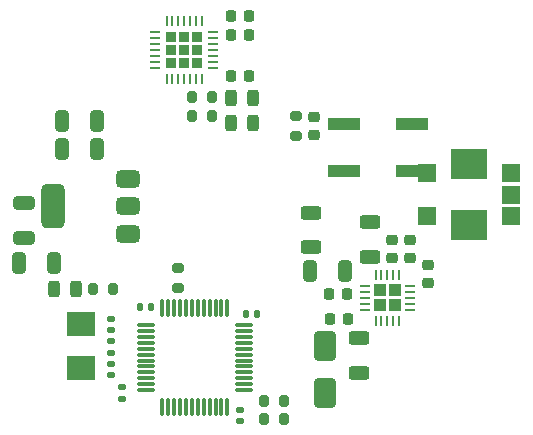
<source format=gbr>
%TF.GenerationSoftware,KiCad,Pcbnew,8.0.6*%
%TF.CreationDate,2025-02-16T20:57:11+01:00*%
%TF.ProjectId,TUSS4470_shield,54555353-3434-4373-905f-736869656c64,rev?*%
%TF.SameCoordinates,Original*%
%TF.FileFunction,Paste,Top*%
%TF.FilePolarity,Positive*%
%FSLAX46Y46*%
G04 Gerber Fmt 4.6, Leading zero omitted, Abs format (unit mm)*
G04 Created by KiCad (PCBNEW 8.0.6) date 2025-02-16 20:57:11*
%MOMM*%
%LPD*%
G01*
G04 APERTURE LIST*
G04 Aperture macros list*
%AMRoundRect*
0 Rectangle with rounded corners*
0 $1 Rounding radius*
0 $2 $3 $4 $5 $6 $7 $8 $9 X,Y pos of 4 corners*
0 Add a 4 corners polygon primitive as box body*
4,1,4,$2,$3,$4,$5,$6,$7,$8,$9,$2,$3,0*
0 Add four circle primitives for the rounded corners*
1,1,$1+$1,$2,$3*
1,1,$1+$1,$4,$5*
1,1,$1+$1,$6,$7*
1,1,$1+$1,$8,$9*
0 Add four rect primitives between the rounded corners*
20,1,$1+$1,$2,$3,$4,$5,0*
20,1,$1+$1,$4,$5,$6,$7,0*
20,1,$1+$1,$6,$7,$8,$9,0*
20,1,$1+$1,$8,$9,$2,$3,0*%
G04 Aperture macros list end*
%ADD10RoundRect,0.250000X-0.650000X0.325000X-0.650000X-0.325000X0.650000X-0.325000X0.650000X0.325000X0*%
%ADD11RoundRect,0.250000X-0.625000X0.312500X-0.625000X-0.312500X0.625000X-0.312500X0.625000X0.312500X0*%
%ADD12RoundRect,0.140000X-0.170000X0.140000X-0.170000X-0.140000X0.170000X-0.140000X0.170000X0.140000X0*%
%ADD13RoundRect,0.200000X-0.200000X-0.275000X0.200000X-0.275000X0.200000X0.275000X-0.200000X0.275000X0*%
%ADD14RoundRect,0.250000X0.625000X-0.312500X0.625000X0.312500X-0.625000X0.312500X-0.625000X-0.312500X0*%
%ADD15RoundRect,0.135000X-0.185000X0.135000X-0.185000X-0.135000X0.185000X-0.135000X0.185000X0.135000X0*%
%ADD16RoundRect,0.140000X0.140000X0.170000X-0.140000X0.170000X-0.140000X-0.170000X0.140000X-0.170000X0*%
%ADD17RoundRect,0.200000X0.275000X-0.200000X0.275000X0.200000X-0.275000X0.200000X-0.275000X-0.200000X0*%
%ADD18RoundRect,0.249999X0.290001X-0.290001X0.290001X0.290001X-0.290001X0.290001X-0.290001X-0.290001X0*%
%ADD19RoundRect,0.062500X0.062500X-0.350000X0.062500X0.350000X-0.062500X0.350000X-0.062500X-0.350000X0*%
%ADD20RoundRect,0.062500X0.350000X-0.062500X0.350000X0.062500X-0.350000X0.062500X-0.350000X-0.062500X0*%
%ADD21RoundRect,0.250000X-0.650000X1.000000X-0.650000X-1.000000X0.650000X-1.000000X0.650000X1.000000X0*%
%ADD22RoundRect,0.200000X0.200000X0.275000X-0.200000X0.275000X-0.200000X-0.275000X0.200000X-0.275000X0*%
%ADD23RoundRect,0.225000X-0.250000X0.225000X-0.250000X-0.225000X0.250000X-0.225000X0.250000X0.225000X0*%
%ADD24RoundRect,0.250000X0.325000X0.650000X-0.325000X0.650000X-0.325000X-0.650000X0.325000X-0.650000X0*%
%ADD25RoundRect,0.243750X-0.243750X-0.456250X0.243750X-0.456250X0.243750X0.456250X-0.243750X0.456250X0*%
%ADD26RoundRect,0.075000X-0.662500X-0.075000X0.662500X-0.075000X0.662500X0.075000X-0.662500X0.075000X0*%
%ADD27RoundRect,0.075000X-0.075000X-0.662500X0.075000X-0.662500X0.075000X0.662500X-0.075000X0.662500X0*%
%ADD28R,2.800000X1.000000*%
%ADD29RoundRect,0.225000X-0.225000X-0.250000X0.225000X-0.250000X0.225000X0.250000X-0.225000X0.250000X0*%
%ADD30RoundRect,0.140000X-0.140000X-0.170000X0.140000X-0.170000X0.140000X0.170000X-0.140000X0.170000X0*%
%ADD31RoundRect,0.225000X0.225000X0.250000X-0.225000X0.250000X-0.225000X-0.250000X0.225000X-0.250000X0*%
%ADD32RoundRect,0.375000X0.625000X0.375000X-0.625000X0.375000X-0.625000X-0.375000X0.625000X-0.375000X0*%
%ADD33RoundRect,0.500000X0.500000X1.400000X-0.500000X1.400000X-0.500000X-1.400000X0.500000X-1.400000X0*%
%ADD34R,3.050000X2.600000*%
%ADD35R,1.524000X1.524000*%
%ADD36R,2.400000X2.000000*%
%ADD37RoundRect,0.225000X0.250000X-0.225000X0.250000X0.225000X-0.250000X0.225000X-0.250000X-0.225000X0*%
%ADD38RoundRect,0.225000X0.225000X0.225000X-0.225000X0.225000X-0.225000X-0.225000X0.225000X-0.225000X0*%
%ADD39RoundRect,0.062500X0.337500X0.062500X-0.337500X0.062500X-0.337500X-0.062500X0.337500X-0.062500X0*%
%ADD40RoundRect,0.062500X0.062500X0.337500X-0.062500X0.337500X-0.062500X-0.337500X0.062500X-0.337500X0*%
G04 APERTURE END LIST*
D10*
%TO.C,C17*%
X81725000Y-92725000D03*
X81725000Y-95675000D03*
%TD*%
D11*
%TO.C,R2*%
X111000000Y-94337500D03*
X111000000Y-97262500D03*
%TD*%
D12*
%TO.C,C27*%
X89100000Y-106320000D03*
X89100000Y-107280000D03*
%TD*%
D13*
%TO.C,R7*%
X87575000Y-100000000D03*
X89225000Y-100000000D03*
%TD*%
%TO.C,R9*%
X102075000Y-111000000D03*
X103725000Y-111000000D03*
%TD*%
D14*
%TO.C,Y1*%
X106000000Y-96462500D03*
X106000000Y-93537500D03*
%TD*%
D15*
%TO.C,R15*%
X89100000Y-104390000D03*
X89100000Y-105410000D03*
%TD*%
D16*
%TO.C,C25*%
X92480000Y-101500000D03*
X91520000Y-101500000D03*
%TD*%
D17*
%TO.C,R13*%
X104800000Y-87025000D03*
X104800000Y-85375000D03*
%TD*%
D18*
%TO.C,U1*%
X111875000Y-101362500D03*
X113125000Y-101362500D03*
X111875000Y-100112500D03*
X113125000Y-100112500D03*
D19*
X111500000Y-102675000D03*
X112000000Y-102675000D03*
X112500000Y-102675000D03*
X113000000Y-102675000D03*
X113500000Y-102675000D03*
D20*
X114437500Y-101737500D03*
X114437500Y-101237500D03*
X114437500Y-100737500D03*
X114437500Y-100237500D03*
X114437500Y-99737500D03*
D19*
X113500000Y-98800000D03*
X113000000Y-98800000D03*
X112500000Y-98800000D03*
X112000000Y-98800000D03*
X111500000Y-98800000D03*
D20*
X110562500Y-99737500D03*
X110562500Y-100237500D03*
X110562500Y-100737500D03*
X110562500Y-101237500D03*
X110562500Y-101737500D03*
%TD*%
D21*
%TO.C,D1*%
X107200000Y-104800000D03*
X107200000Y-108800000D03*
%TD*%
D22*
%TO.C,R8*%
X103725000Y-109500000D03*
X102075000Y-109500000D03*
%TD*%
D23*
%TO.C,C5*%
X112900000Y-95825000D03*
X112900000Y-97375000D03*
%TD*%
D22*
%TO.C,R10*%
X97645000Y-85350000D03*
X95995000Y-85350000D03*
%TD*%
D12*
%TO.C,C29*%
X100000000Y-110220000D03*
X100000000Y-111180000D03*
%TD*%
D24*
%TO.C,C12*%
X87875000Y-85800000D03*
X84925000Y-85800000D03*
%TD*%
D25*
%TO.C,D5*%
X84237500Y-100000000D03*
X86112500Y-100000000D03*
%TD*%
D26*
%TO.C,U4*%
X92037500Y-103050000D03*
X92037500Y-103550000D03*
X92037500Y-104050000D03*
X92037500Y-104550000D03*
X92037500Y-105050000D03*
X92037500Y-105550000D03*
X92037500Y-106050000D03*
X92037500Y-106550000D03*
X92037500Y-107050000D03*
X92037500Y-107550000D03*
X92037500Y-108050000D03*
X92037500Y-108550000D03*
D27*
X93450000Y-109962500D03*
X93950000Y-109962500D03*
X94450000Y-109962500D03*
X94950000Y-109962500D03*
X95450000Y-109962500D03*
X95950000Y-109962500D03*
X96450000Y-109962500D03*
X96950000Y-109962500D03*
X97450000Y-109962500D03*
X97950000Y-109962500D03*
X98450000Y-109962500D03*
X98950000Y-109962500D03*
D26*
X100362500Y-108550000D03*
X100362500Y-108050000D03*
X100362500Y-107550000D03*
X100362500Y-107050000D03*
X100362500Y-106550000D03*
X100362500Y-106050000D03*
X100362500Y-105550000D03*
X100362500Y-105050000D03*
X100362500Y-104550000D03*
X100362500Y-104050000D03*
X100362500Y-103550000D03*
X100362500Y-103050000D03*
D27*
X98950000Y-101637500D03*
X98450000Y-101637500D03*
X97950000Y-101637500D03*
X97450000Y-101637500D03*
X96950000Y-101637500D03*
X96450000Y-101637500D03*
X95950000Y-101637500D03*
X95450000Y-101637500D03*
X94950000Y-101637500D03*
X94450000Y-101637500D03*
X93950000Y-101637500D03*
X93450000Y-101637500D03*
%TD*%
D23*
%TO.C,C8*%
X115900000Y-97925000D03*
X115900000Y-99475000D03*
%TD*%
D28*
%TO.C,SW2*%
X108800000Y-86000000D03*
X114600000Y-86000000D03*
X108800000Y-90000000D03*
X114600000Y-90000000D03*
%TD*%
D29*
%TO.C,C23*%
X99225000Y-82000000D03*
X100775000Y-82000000D03*
%TD*%
D30*
%TO.C,C28*%
X100520000Y-102100000D03*
X101480000Y-102100000D03*
%TD*%
D24*
%TO.C,C16*%
X84300000Y-97800000D03*
X81350000Y-97800000D03*
%TD*%
D25*
%TO.C,D8*%
X99282500Y-83850000D03*
X101157500Y-83850000D03*
%TD*%
D24*
%TO.C,C6*%
X108875000Y-98500000D03*
X105925000Y-98500000D03*
%TD*%
D31*
%TO.C,C22*%
X100795000Y-78450000D03*
X99245000Y-78450000D03*
%TD*%
D32*
%TO.C,U2*%
X90525000Y-95300000D03*
X90525000Y-93000000D03*
D33*
X84225000Y-93000000D03*
D32*
X90525000Y-90700000D03*
%TD*%
D23*
%TO.C,C24*%
X106300000Y-85425000D03*
X106300000Y-86975000D03*
%TD*%
D11*
%TO.C,R1*%
X110100000Y-104137500D03*
X110100000Y-107062500D03*
%TD*%
D31*
%TO.C,C3*%
X109075000Y-100400000D03*
X107525000Y-100400000D03*
%TD*%
D25*
%TO.C,D6*%
X99245000Y-85950000D03*
X101120000Y-85950000D03*
%TD*%
D34*
%TO.C,T1*%
X119445000Y-89385000D03*
X119445000Y-94615000D03*
D35*
X115890000Y-90150000D03*
X115890000Y-93850000D03*
X123000000Y-93850000D03*
X123000000Y-92000000D03*
X123000000Y-90150000D03*
%TD*%
D36*
%TO.C,Y2*%
X86600000Y-102950000D03*
X86600000Y-106650000D03*
%TD*%
D12*
%TO.C,C26*%
X89100000Y-102520000D03*
X89100000Y-103480000D03*
%TD*%
%TO.C,C30*%
X90000000Y-108320000D03*
X90000000Y-109280000D03*
%TD*%
D31*
%TO.C,C7*%
X109175000Y-102500000D03*
X107625000Y-102500000D03*
%TD*%
D17*
%TO.C,R14*%
X94800000Y-99900000D03*
X94800000Y-98250000D03*
%TD*%
D37*
%TO.C,C4*%
X114400000Y-97375000D03*
X114400000Y-95825000D03*
%TD*%
D22*
%TO.C,R12*%
X97645000Y-83750000D03*
X95995000Y-83750000D03*
%TD*%
D24*
%TO.C,C11*%
X87875000Y-88150000D03*
X84925000Y-88150000D03*
%TD*%
D31*
%TO.C,C21*%
X100795000Y-76850000D03*
X99245000Y-76850000D03*
%TD*%
D38*
%TO.C,U3*%
X96420000Y-80870000D03*
X96420000Y-79750000D03*
X96420000Y-78630000D03*
X95300000Y-80870000D03*
X95300000Y-79750000D03*
X95300000Y-78630000D03*
X94180000Y-80870000D03*
X94180000Y-79750000D03*
X94180000Y-78630000D03*
D39*
X97750000Y-81250000D03*
X97750000Y-80750000D03*
X97750000Y-80250000D03*
X97750000Y-79750000D03*
X97750000Y-79250000D03*
X97750000Y-78750000D03*
X97750000Y-78250000D03*
D40*
X96800000Y-77300000D03*
X96300000Y-77300000D03*
X95800000Y-77300000D03*
X95300000Y-77300000D03*
X94800000Y-77300000D03*
X94300000Y-77300000D03*
X93800000Y-77300000D03*
D39*
X92850000Y-78250000D03*
X92850000Y-78750000D03*
X92850000Y-79250000D03*
X92850000Y-79750000D03*
X92850000Y-80250000D03*
X92850000Y-80750000D03*
X92850000Y-81250000D03*
D40*
X93800000Y-82200000D03*
X94300000Y-82200000D03*
X94800000Y-82200000D03*
X95300000Y-82200000D03*
X95800000Y-82200000D03*
X96300000Y-82200000D03*
X96800000Y-82200000D03*
%TD*%
M02*

</source>
